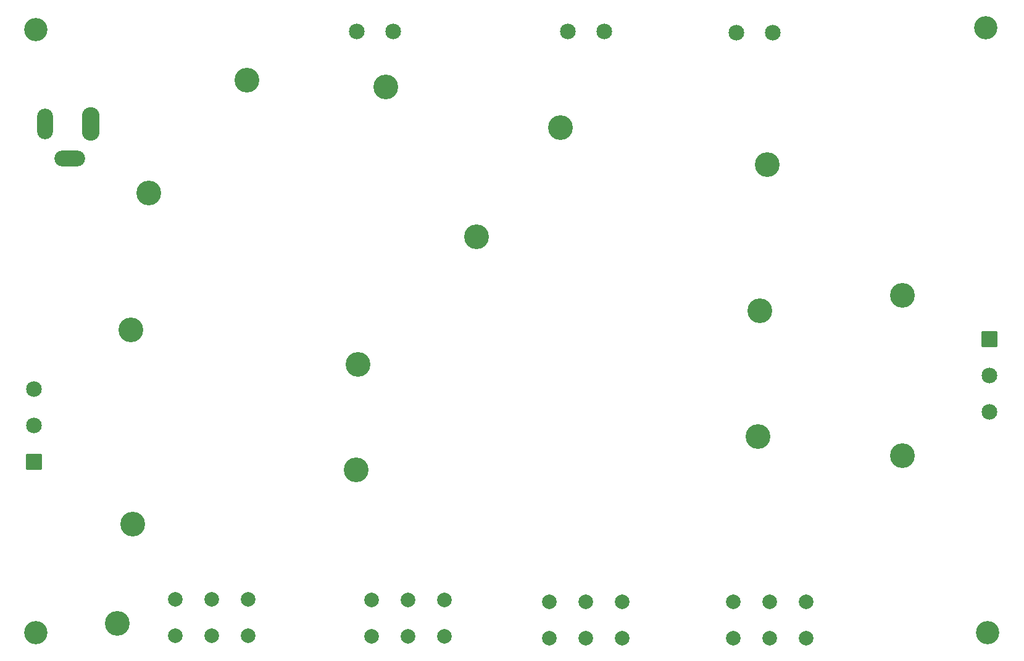
<source format=gbs>
G04 #@! TF.GenerationSoftware,KiCad,Pcbnew,8.0.8*
G04 #@! TF.CreationDate,2025-03-09T17:06:22-04:00*
G04 #@! TF.ProjectId,PreAmpEQ,50726541-6d70-4455-912e-6b696361645f,1.1*
G04 #@! TF.SameCoordinates,Original*
G04 #@! TF.FileFunction,Soldermask,Bot*
G04 #@! TF.FilePolarity,Negative*
%FSLAX46Y46*%
G04 Gerber Fmt 4.6, Leading zero omitted, Abs format (unit mm)*
G04 Created by KiCad (PCBNEW 8.0.8) date 2025-03-09 17:06:22*
%MOMM*%
%LPD*%
G01*
G04 APERTURE LIST*
G04 Aperture macros list*
%AMRoundRect*
0 Rectangle with rounded corners*
0 $1 Rounding radius*
0 $2 $3 $4 $5 $6 $7 $8 $9 X,Y pos of 4 corners*
0 Add a 4 corners polygon primitive as box body*
4,1,4,$2,$3,$4,$5,$6,$7,$8,$9,$2,$3,0*
0 Add four circle primitives for the rounded corners*
1,1,$1+$1,$2,$3*
1,1,$1+$1,$4,$5*
1,1,$1+$1,$6,$7*
1,1,$1+$1,$8,$9*
0 Add four rect primitives between the rounded corners*
20,1,$1+$1,$2,$3,$4,$5,0*
20,1,$1+$1,$4,$5,$6,$7,0*
20,1,$1+$1,$6,$7,$8,$9,0*
20,1,$1+$1,$8,$9,$2,$3,0*%
G04 Aperture macros list end*
%ADD10C,3.400000*%
%ADD11C,3.200000*%
%ADD12C,2.154000*%
%ADD13C,2.004000*%
%ADD14O,2.404000X4.604000*%
%ADD15O,2.204000X4.204000*%
%ADD16O,4.204000X2.204000*%
%ADD17RoundRect,0.102000X-0.975000X0.975000X-0.975000X-0.975000X0.975000X-0.975000X0.975000X0.975000X0*%
%ADD18RoundRect,0.102000X0.975000X-0.975000X0.975000X0.975000X-0.975000X0.975000X-0.975000X-0.975000X0*%
G04 APERTURE END LIST*
D10*
X95758000Y-125984000D03*
D11*
X84582000Y-127254000D03*
X84582000Y-44450000D03*
X214884000Y-44196000D03*
X215138000Y-127254000D03*
D10*
X100034000Y-66904000D03*
D12*
X157560000Y-44704000D03*
X162560000Y-44704000D03*
D10*
X97589500Y-85726000D03*
X183822000Y-83086000D03*
X203380000Y-80952000D03*
X184848000Y-62992000D03*
D13*
X155020000Y-128016000D03*
X160020000Y-128016000D03*
X165020000Y-128016000D03*
X155020000Y-123016000D03*
X160020000Y-123016000D03*
X165020000Y-123016000D03*
D14*
X92084000Y-57404000D03*
D15*
X85784000Y-57404000D03*
D16*
X89184000Y-62204000D03*
D10*
X128778000Y-90424000D03*
D17*
X215380000Y-87004500D03*
D12*
X215380000Y-92004500D03*
X215380000Y-97004500D03*
D10*
X145034000Y-72904000D03*
X203380000Y-102952000D03*
X183568000Y-100358000D03*
X156534000Y-57904000D03*
D12*
X180674000Y-44904000D03*
X185674000Y-44904000D03*
D13*
X103712000Y-127682000D03*
X108712000Y-127682000D03*
X113712000Y-127682000D03*
X103712000Y-122682000D03*
X108712000Y-122682000D03*
X113712000Y-122682000D03*
D10*
X97843500Y-112386000D03*
X132534000Y-52324000D03*
D18*
X84336000Y-103802000D03*
D12*
X84336000Y-98802000D03*
X84336000Y-93802000D03*
D13*
X180246000Y-128016000D03*
X185246000Y-128016000D03*
X190246000Y-128016000D03*
X180246000Y-123016000D03*
X185246000Y-123016000D03*
X190246000Y-123016000D03*
D12*
X128534000Y-44704000D03*
X133534000Y-44704000D03*
D13*
X130636000Y-127762000D03*
X135636000Y-127762000D03*
X140636000Y-127762000D03*
X130636000Y-122762000D03*
X135636000Y-122762000D03*
X140636000Y-122762000D03*
D10*
X128524000Y-104902000D03*
X113534000Y-51404000D03*
M02*

</source>
